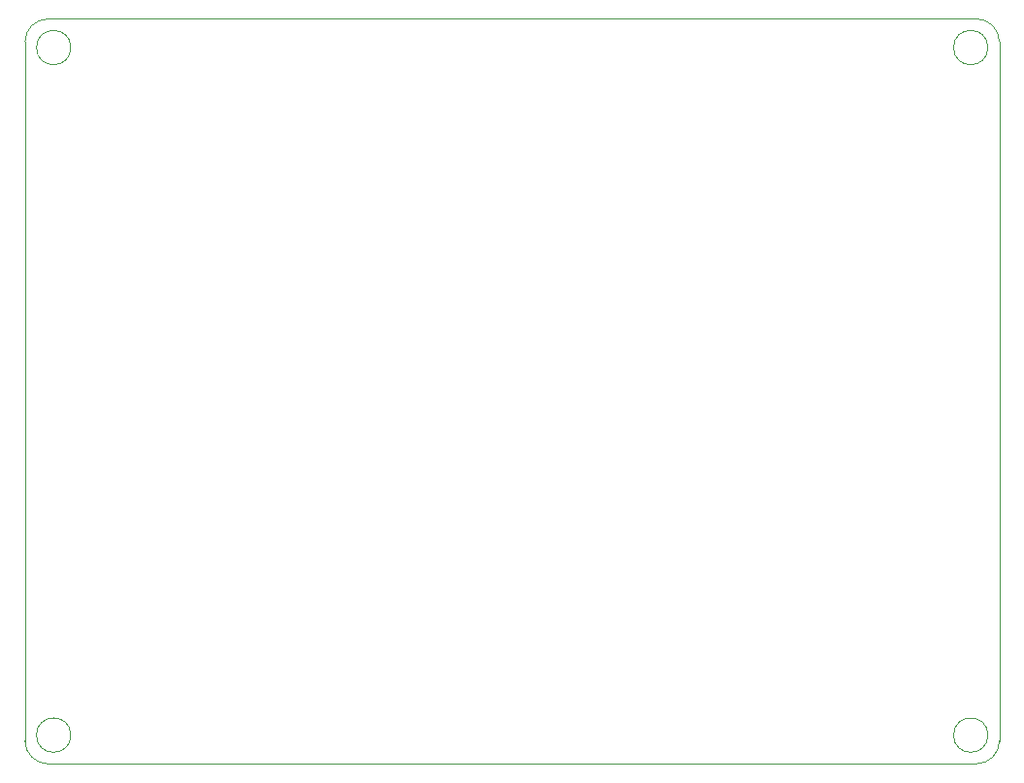
<source format=gbr>
%TF.GenerationSoftware,KiCad,Pcbnew,8.0.7*%
%TF.CreationDate,2025-01-10T10:31:37-06:00*%
%TF.ProjectId,CANBOARD_REV3,43414e42-4f41-4524-945f-524556332e6b,rev?*%
%TF.SameCoordinates,Original*%
%TF.FileFunction,Profile,NP*%
%FSLAX46Y46*%
G04 Gerber Fmt 4.6, Leading zero omitted, Abs format (unit mm)*
G04 Created by KiCad (PCBNEW 8.0.7) date 2025-01-10 10:31:37*
%MOMM*%
%LPD*%
G01*
G04 APERTURE LIST*
%TA.AperFunction,Profile*%
%ADD10C,0.100000*%
%TD*%
G04 APERTURE END LIST*
D10*
X22000000Y-20000000D02*
X103000000Y-20000000D01*
X103000000Y-20000000D02*
G75*
G02*
X105000000Y-22000000I0J-2000000D01*
G01*
X24000000Y-82500000D02*
G75*
G02*
X21000000Y-82500000I-1500000J0D01*
G01*
X21000000Y-82500000D02*
G75*
G02*
X24000000Y-82500000I1500000J0D01*
G01*
X104000000Y-22500000D02*
G75*
G02*
X101000000Y-22500000I-1500000J0D01*
G01*
X101000000Y-22500000D02*
G75*
G02*
X104000000Y-22500000I1500000J0D01*
G01*
X24000000Y-22500000D02*
G75*
G02*
X21000000Y-22500000I-1500000J0D01*
G01*
X21000000Y-22500000D02*
G75*
G02*
X24000000Y-22500000I1500000J0D01*
G01*
X22000000Y-85000000D02*
G75*
G02*
X20000000Y-83000000I0J2000000D01*
G01*
X20000000Y-83000000D02*
X20000000Y-22000000D01*
X105000000Y-22000000D02*
X105000000Y-83000000D01*
X103000000Y-85000000D02*
X22000000Y-85000000D01*
X105000000Y-83000000D02*
G75*
G02*
X103000000Y-85000000I-2000000J0D01*
G01*
X20000000Y-22000000D02*
G75*
G02*
X22000000Y-20000000I2000000J0D01*
G01*
X104000000Y-82500000D02*
G75*
G02*
X101000000Y-82500000I-1500000J0D01*
G01*
X101000000Y-82500000D02*
G75*
G02*
X104000000Y-82500000I1500000J0D01*
G01*
M02*

</source>
